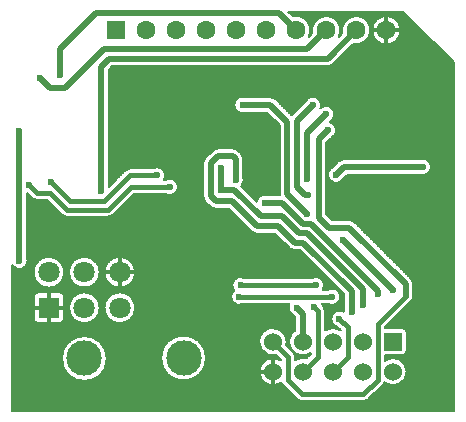
<source format=gbl>
G04 Layer_Physical_Order=2*
G04 Layer_Color=16711680*
%FSLAX24Y24*%
%MOIN*%
G70*
G01*
G75*
%ADD10C,0.0079*%
%ADD21C,0.0118*%
%ADD22C,0.0197*%
%ADD23C,0.0157*%
%ADD25C,0.1181*%
%ADD26C,0.0630*%
%ADD27R,0.0630X0.0630*%
%ADD28C,0.0600*%
%ADD29R,0.0600X0.0600*%
%ADD30R,0.0709X0.0709*%
%ADD31C,0.0709*%
%ADD32C,0.0236*%
D10*
X44811Y35472D02*
G03*
X43877Y35373I-472J0D01*
G01*
X45811Y35472D02*
G03*
X45811Y35472I-472J0D01*
G01*
X44239Y35011D02*
G03*
X44811Y35472I100J462D01*
G01*
X46831Y30915D02*
G03*
X46453Y31171I-276J0D01*
G01*
Y30659D02*
G03*
X46831Y30915I102J256D01*
G01*
X43757Y35252D02*
G03*
X43811Y35472I-418J220D01*
G01*
X43384Y34262D02*
G03*
X43565Y34337I0J256D01*
G01*
X43384Y34262D02*
G03*
X43565Y34337I0J256D01*
G01*
X43811Y35472D02*
G03*
X42877Y35373I-472J0D01*
G01*
X42811Y35472D02*
G03*
X42239Y35934I-472J0D01*
G01*
X42757Y35252D02*
G03*
X42811Y35472I-418J220D01*
G01*
X43927Y31171D02*
G03*
X43746Y31096I0J-256D01*
G01*
X43447Y32416D02*
G03*
X43614Y32669I-109J253D01*
G01*
X43504Y31883D02*
G03*
X43671Y32136I-109J253D01*
G01*
D02*
G03*
X43439Y32408I-276J0D01*
G01*
X43927Y31171D02*
G03*
X43746Y31096I0J-256D01*
G01*
X44295Y29069D02*
G03*
X44114Y29144I-181J-181D01*
G01*
X44295Y29069D02*
G03*
X44114Y29144I-181J-181D01*
G01*
X43563Y30913D02*
G03*
X43925Y30551I109J-253D01*
G01*
X43142Y32862D02*
G03*
X43169Y32982I-248J120D01*
G01*
D02*
G03*
X42640Y33091I-276J0D01*
G01*
X41658Y33163D02*
G03*
X41476Y33238I-181J-181D01*
G01*
X41657Y33163D02*
G03*
X41476Y33238I-181J-181D01*
G01*
X43614Y32669D02*
G03*
X43142Y32862I-276J0D01*
G01*
X42116Y28205D02*
G03*
X42297Y28130I181J181D01*
G01*
X42116Y28205D02*
G03*
X42297Y28130I181J181D01*
G01*
X41791Y30000D02*
G03*
X41794Y29961I256J0D01*
G01*
X41791Y30000D02*
G03*
X41794Y29961I256J0D01*
G01*
X46240Y27018D02*
G03*
X46165Y27199I-256J0D01*
G01*
X46240Y27018D02*
G03*
X46165Y27199I-256J0D01*
G01*
X46082Y26378D02*
G03*
X46240Y26614I-97J237D01*
G01*
X43937Y26165D02*
G03*
X43918Y26085I256J-102D01*
G01*
D02*
G03*
X43713Y25579I-139J-238D01*
G01*
X46019Y25389D02*
G03*
X45861Y25546I-157J0D01*
G01*
Y24631D02*
G03*
X46019Y24789I0J157D01*
G01*
Y24089D02*
G03*
X45294Y24460I-457J0D01*
G01*
X45277Y23730D02*
G03*
X46019Y24089I284J359D01*
G01*
X45225Y23651D02*
G03*
X45277Y23730I-167J167D01*
G01*
X45225Y23651D02*
G03*
X45277Y23730I-167J167D01*
G01*
X44577Y23100D02*
G03*
X44744Y23170I0J236D01*
G01*
X44577Y23100D02*
G03*
X44744Y23170I0J236D01*
G01*
X43809Y26585D02*
G03*
X43392Y26821I-276J0D01*
G01*
Y26348D02*
G03*
X43809Y26585I142J236D01*
G01*
X43225Y26821D02*
G03*
X43268Y26969I-233J148D01*
G01*
X43210Y26307D02*
G03*
X43196Y26348I-267J-67D01*
G01*
X43297Y26122D02*
G03*
X43228Y26289I-236J0D01*
G01*
X43297Y26122D02*
G03*
X43228Y26289I-236J0D01*
G01*
X43268Y26969D02*
G03*
X42850Y27205I-276J0D01*
G01*
X42108Y26348D02*
G03*
X42244Y25967I244J-128D01*
G01*
X43822Y25465D02*
G03*
X43297Y25462I-261J-376D01*
G01*
X42671Y24533D02*
G03*
X42300Y24465I-110J-444D01*
G01*
Y24585D02*
G03*
X42231Y24752I-236J0D01*
G01*
X42300Y24585D02*
G03*
X42231Y24752I-236J0D01*
G01*
X42362Y23170D02*
G03*
X42530Y23100I167J167D01*
G01*
X42362Y23170D02*
G03*
X42530Y23100I167J167D01*
G01*
X42305Y25468D02*
G03*
X42825Y24715I256J-379D01*
G01*
X42005Y24979D02*
G03*
X42018Y25089I-444J110D01*
G01*
D02*
G03*
X41671Y24645I-457J0D01*
G01*
X41840Y23726D02*
G03*
X41897Y23635I224J76D01*
G01*
X41840Y23726D02*
G03*
X41897Y23635I224J76D01*
G01*
X41828Y24460D02*
G03*
X41840Y23726I-267J-372D01*
G01*
X40653Y33238D02*
G03*
X40653Y32726I-102J-256D01*
G01*
X40571Y31181D02*
G03*
X40496Y31362I-256J0D01*
G01*
X40571Y31181D02*
G03*
X40496Y31362I-256J0D01*
G01*
X40397Y31460D02*
G03*
X40217Y31535I-181J-181D01*
G01*
X40398Y31460D02*
G03*
X40217Y31535I-181J-181D01*
G01*
X39734D02*
G03*
X39553Y31460I0J-256D01*
G01*
X39734Y31535D02*
G03*
X39553Y31460I0J-256D01*
G01*
X40591Y30472D02*
G03*
X40571Y30575I-276J0D01*
G01*
X40504Y30272D02*
G03*
X40591Y30472I-189J201D01*
G01*
X41392Y29961D02*
G03*
X41019Y29757I-102J-256D01*
G01*
X40840Y28766D02*
G03*
X41021Y28691I181J181D01*
G01*
X40840Y28766D02*
G03*
X41021Y28691I181J181D01*
G01*
X39484Y29583D02*
G03*
X39665Y29508I181J181D01*
G01*
X39484Y29583D02*
G03*
X39665Y29508I181J181D01*
G01*
X39307Y31215D02*
G03*
X39232Y31033I181J-181D01*
G01*
X39307Y31214D02*
G03*
X39232Y31033I181J-181D01*
G01*
Y29941D02*
G03*
X39307Y29760I256J0D01*
G01*
X39232Y29941D02*
G03*
X39307Y29760I256J0D01*
G01*
X37972Y30630D02*
G03*
X37555Y30866I-276J0D01*
G01*
X38396Y30246D02*
G03*
X37978Y30482I-276J0D01*
G01*
Y30010D02*
G03*
X38396Y30246I142J236D01*
G01*
X37930Y30482D02*
G03*
X37972Y30630I-233J148D01*
G01*
X36811Y30866D02*
G03*
X36644Y30797I0J-236D01*
G01*
X36811Y30866D02*
G03*
X36644Y30797I0J-236D01*
G01*
X33524Y29882D02*
G03*
X33691Y29813I167J167D01*
G01*
X33524Y29882D02*
G03*
X33691Y29813I167J167D01*
G01*
X36059Y29252D02*
G03*
X36226Y29321I0J236D01*
G01*
X36059Y29252D02*
G03*
X36226Y29321I0J236D01*
G01*
X34522D02*
G03*
X34689Y29252I167J167D01*
G01*
X34522Y29321D02*
G03*
X34689Y29252I167J167D01*
G01*
X33386Y27785D02*
G03*
X33356Y27910I-276J0D01*
G01*
X32874Y27643D02*
G03*
X33386Y27785I236J142D01*
G01*
X40624Y27205D02*
G03*
X40267Y26797I-142J-236D01*
G01*
D02*
G03*
X40585Y26348I176J-212D01*
G01*
X36969Y27402D02*
G03*
X36969Y27402I-512J0D01*
G01*
Y26220D02*
G03*
X36969Y26220I-512J0D01*
G01*
X39331Y24546D02*
G03*
X39331Y24546I-748J0D01*
G01*
D02*
G03*
X39331Y24546I-748J0D01*
G01*
X35787Y27402D02*
G03*
X35787Y27402I-512J0D01*
G01*
Y26220D02*
G03*
X35787Y26220I-512J0D01*
G01*
X34606Y27402D02*
G03*
X34606Y27402I-512J0D01*
G01*
Y26575D02*
G03*
X34449Y26732I-157J0D01*
G01*
X33740D02*
G03*
X33583Y26575I0J-157D01*
G01*
X34449Y25709D02*
G03*
X34606Y25866I0J157D01*
G01*
X33583D02*
G03*
X33740Y25709I157J0D01*
G01*
X36024Y24528D02*
G03*
X36024Y24528I-748J0D01*
G01*
D02*
G03*
X36024Y24528I-748J0D01*
G01*
X45811Y35492D02*
X46513D01*
X45804Y35551D02*
X46454D01*
X45913Y36093D02*
X47598Y34407D01*
X45809Y35433D02*
X46572D01*
X45736Y35728D02*
X46277D01*
X45691Y35787D02*
X46218D01*
X45791Y35610D02*
X46395D01*
X45768Y35669D02*
X46336D01*
X45784Y35315D02*
X46690D01*
X45801Y35374D02*
X46631D01*
X45722Y35197D02*
X46808D01*
X45758Y35256D02*
X46749D01*
X45600Y35079D02*
X46926D01*
X45672Y35138D02*
X46867D01*
X45473Y35020D02*
X46985D01*
X45650Y35828D02*
Y36093D01*
X45590Y35872D02*
Y36093D01*
X45768Y35670D02*
Y36093D01*
X45709Y35766D02*
Y36093D01*
X45472Y35926D02*
Y36093D01*
X45354Y35945D02*
Y36093D01*
X45531Y35904D02*
Y36093D01*
X45528Y35905D02*
X46100D01*
X45413Y35939D02*
Y36093D01*
X45627Y35846D02*
X46159D01*
X45295Y35943D02*
Y36093D01*
X46299Y31171D02*
Y35706D01*
X46240Y31171D02*
Y35765D01*
X46417Y31171D02*
Y35588D01*
X46358Y31171D02*
Y35647D01*
X46122Y31171D02*
Y35883D01*
X46063Y31171D02*
Y35942D01*
X46181Y31171D02*
Y35824D01*
X46713Y31142D02*
Y35293D01*
X46653Y31173D02*
Y35352D01*
X46831Y30923D02*
Y35174D01*
X46772Y31086D02*
Y35234D01*
X46594Y31188D02*
Y35411D01*
X46535Y31190D02*
Y35470D01*
X46476Y31179D02*
Y35529D01*
X45886Y31171D02*
Y36093D01*
X45827Y31171D02*
Y36093D01*
X46004Y31171D02*
Y36001D01*
X45945Y31171D02*
Y36060D01*
X45709Y31171D02*
Y35179D01*
X45650Y31171D02*
Y35117D01*
X45768Y31171D02*
Y35275D01*
X45472Y31171D02*
Y35019D01*
X45413Y31171D02*
Y35006D01*
X45590Y31171D02*
Y35073D01*
X45531Y31171D02*
Y35041D01*
X45295Y31171D02*
Y35002D01*
X45236Y31171D02*
Y35011D01*
X45354Y31171D02*
Y35000D01*
X45236Y35934D02*
Y36093D01*
X45177Y35916D02*
Y36093D01*
X45118Y35890D02*
Y36093D01*
X45059Y35853D02*
Y36093D01*
X42090Y36083D02*
X45922D01*
X42080Y36093D02*
X45913D01*
X45000Y35802D02*
Y36093D01*
X44627Y35846D02*
X45050D01*
X44691Y35787D02*
X44986D01*
X44736Y35728D02*
X44941D01*
X42208Y35965D02*
X46041D01*
X42149Y36024D02*
X45982D01*
X44528Y35905D02*
X45150D01*
X44941Y35727D02*
Y36093D01*
X44764Y35679D02*
Y36093D01*
X44768Y35669D02*
X44909D01*
X44882Y35593D02*
Y36093D01*
X44705Y35771D02*
Y36093D01*
X44646Y35832D02*
Y36093D01*
X44804Y35551D02*
X44873D01*
X44811Y35492D02*
X44867D01*
X44801Y35374D02*
X44877D01*
X44809Y35433D02*
X44868D01*
X44784Y35315D02*
X44893D01*
X44791Y35610D02*
X44887D01*
X44758Y35256D02*
X44919D01*
X44473Y35020D02*
X45204D01*
X44189Y34961D02*
X47045D01*
X45177Y31171D02*
Y35028D01*
X44071Y34842D02*
X47163D01*
X44130Y34902D02*
X47104D01*
X44011Y34783D02*
X47222D01*
X43893Y34665D02*
X47340D01*
X43952Y34724D02*
X47281D01*
X43775Y34547D02*
X47458D01*
X43834Y34606D02*
X47399D01*
X43657Y34429D02*
X47576D01*
X43716Y34488D02*
X47517D01*
X43598Y34370D02*
X47598D01*
X44823Y31171D02*
Y36093D01*
X44764Y31171D02*
Y35266D01*
X44941Y31171D02*
Y35217D01*
X44882Y31171D02*
Y35352D01*
X44722Y35197D02*
X44955D01*
X44705Y31171D02*
Y35174D01*
X44672Y35138D02*
X45005D01*
X45000Y31171D02*
Y35143D01*
X45118Y31171D02*
Y35055D01*
X45059Y31171D02*
Y35092D01*
X44600Y35079D02*
X45078D01*
X44646Y31171D02*
Y35113D01*
X44587Y31171D02*
Y35070D01*
X46829Y30945D02*
X47598D01*
X46816Y31004D02*
X47598D01*
X46816Y30827D02*
X47598D01*
X46829Y30886D02*
X47598D01*
X46628Y31181D02*
X47598D01*
X43671Y32126D02*
X47598D01*
X46788Y31063D02*
X47598D01*
X46737Y31122D02*
X47598D01*
X46737Y30709D02*
X47598D01*
X46788Y30768D02*
X47598D01*
X44545Y28819D02*
X47598D01*
X46628Y30650D02*
X47598D01*
X44427Y28937D02*
X47598D01*
X43964Y30590D02*
X47598D01*
X44486Y28878D02*
X47598D01*
X44033Y30659D02*
X46453D01*
X44646Y28718D02*
Y30659D01*
X43667Y32185D02*
X47598D01*
X43927Y31171D02*
X46453D01*
X44023Y30650D02*
X46482D01*
X44309Y29055D02*
X47598D01*
X44234Y29114D02*
X47598D01*
X44604Y28760D02*
X47598D01*
X44368Y28996D02*
X47598D01*
X43874Y30472D02*
X47598D01*
X43915Y30531D02*
X47598D01*
X43795Y30413D02*
X47598D01*
X44899Y28465D02*
X47598D01*
X44840Y28524D02*
X47598D01*
X45017Y28346D02*
X47598D01*
X44958Y28405D02*
X47598D01*
X44722Y28642D02*
X47598D01*
X44663Y28701D02*
X47598D01*
X44781Y28583D02*
X47598D01*
X45313Y28051D02*
X47598D01*
X45254Y28110D02*
X47598D01*
X45431Y27933D02*
X47598D01*
X45372Y27992D02*
X47598D01*
X45136Y28228D02*
X47598D01*
X45077Y28287D02*
X47598D01*
X45195Y28169D02*
X47598D01*
X44941Y28423D02*
Y30659D01*
X44882Y28482D02*
Y30659D01*
X45059Y28305D02*
Y30659D01*
X45000Y28364D02*
Y30659D01*
X44764Y28600D02*
Y30659D01*
X44705Y28659D02*
Y30659D01*
X44823Y28541D02*
Y30659D01*
X45354Y28010D02*
Y30659D01*
X45295Y28069D02*
Y30659D01*
X45472Y27892D02*
Y30659D01*
X45413Y27951D02*
Y30659D01*
X45177Y28187D02*
Y30659D01*
X45118Y28246D02*
Y30659D01*
X45236Y28128D02*
Y30659D01*
X43649Y32244D02*
X47598D01*
X43615Y32303D02*
X47598D01*
X43640Y32008D02*
X47598D01*
X43662Y32067D02*
X47598D01*
X43459Y32421D02*
X47598D01*
X43539Y32480D02*
X47598D01*
X43553Y32362D02*
X47598D01*
X43520Y31890D02*
X47598D01*
X43598Y31949D02*
X47598D01*
X43393Y31772D02*
X47598D01*
X43452Y31831D02*
X47598D01*
X43346Y31653D02*
X47598D01*
X43346Y31713D02*
X47598D01*
X43346Y31594D02*
X47598D01*
X43155Y33071D02*
X47598D01*
X43535Y34311D02*
X47598D01*
X43168Y32953D02*
X47598D01*
X43168Y33012D02*
X47598D01*
X43076Y33189D02*
X47598D01*
X42967Y33248D02*
X47598D01*
X43126Y33130D02*
X47598D01*
X43610Y32716D02*
X47598D01*
X43593Y32776D02*
X47598D01*
X43605Y32598D02*
X47598D01*
X43614Y32657D02*
X47598D01*
X43559Y32835D02*
X47598D01*
X43499Y32894D02*
X47598D01*
X43582Y32539D02*
X47598D01*
X43346Y31299D02*
X47598D01*
X43346Y31358D02*
X47598D01*
X43346Y30354D02*
X47598D01*
X43346Y31240D02*
X47598D01*
X43346Y31476D02*
X47598D01*
X43346Y31535D02*
X47598D01*
X43346Y31417D02*
X47598D01*
X43346Y30059D02*
X47598D01*
X43346Y30118D02*
X47598D01*
X43346Y29941D02*
X47598D01*
X43346Y30000D02*
X47598D01*
X43346Y30236D02*
X47598D01*
X43346Y30295D02*
X47598D01*
X43346Y30177D02*
X47598D01*
X43346Y29705D02*
X47598D01*
X43346Y29764D02*
X47598D01*
X43346Y29587D02*
X47598D01*
X43346Y29646D02*
X47598D01*
X43346Y29882D02*
X47598D01*
X43346Y31181D02*
X46482D01*
X43346Y29823D02*
X47598D01*
X43384Y29291D02*
X47598D01*
X43346Y29350D02*
X47598D01*
X43502Y29173D02*
X47598D01*
X43443Y29232D02*
X47598D01*
X43346Y29468D02*
X47598D01*
X43346Y29527D02*
X47598D01*
X43346Y29409D02*
X47598D01*
X44468Y35927D02*
Y36093D01*
X44409Y35940D02*
Y36093D01*
X44587Y35875D02*
Y36093D01*
X44527Y35905D02*
Y36093D01*
X44350Y35945D02*
Y36093D01*
X44291Y35943D02*
Y36093D01*
X44232Y35933D02*
Y36093D01*
X44173Y35915D02*
Y36093D01*
X44114Y35888D02*
Y36093D01*
X44055Y35850D02*
Y36093D01*
X43996Y35798D02*
Y36093D01*
X43736Y35728D02*
X43941D01*
X43528Y35905D02*
X44150D01*
X43627Y35846D02*
X44050D01*
X43691Y35787D02*
X43986D01*
X43937Y35721D02*
Y36093D01*
X43701Y35776D02*
Y36093D01*
X43878Y35577D02*
Y36093D01*
X43760Y35686D02*
Y36093D01*
X43464Y35928D02*
Y36093D01*
X43405Y35940D02*
Y36093D01*
X43642Y35835D02*
Y36093D01*
X43790Y35610D02*
X43887D01*
X43804Y35551D02*
X43873D01*
X43809Y35433D02*
X43868D01*
X43811Y35492D02*
X43867D01*
X43583Y35877D02*
Y36093D01*
X43524Y35907D02*
Y36093D01*
X43768Y35669D02*
X43909D01*
X44409Y31171D02*
Y35005D01*
X44291Y31171D02*
Y35002D01*
X44527Y31171D02*
Y35039D01*
X44468Y31171D02*
Y35018D01*
X43565Y34337D02*
X44239Y35011D01*
X43757Y35252D02*
X43877Y35373D01*
X44232Y31171D02*
Y35004D01*
X44114Y31171D02*
Y34886D01*
X44055Y31171D02*
Y34827D01*
X44350Y31171D02*
Y35000D01*
X44173Y31171D02*
Y34945D01*
X43996Y31171D02*
Y34768D01*
X43937Y31171D02*
Y34709D01*
X43878Y31166D02*
Y34650D01*
X43801Y35374D02*
X43877D01*
X43784Y35315D02*
X43819D01*
X43819Y31147D02*
Y34591D01*
Y35315D02*
Y36093D01*
X43760Y31109D02*
Y34532D01*
X43701Y31051D02*
Y34473D01*
X43524Y32874D02*
Y34303D01*
X43464Y32914D02*
Y34275D01*
X43642Y32260D02*
Y34414D01*
X43583Y32797D02*
Y34355D01*
X43405Y32937D02*
Y34263D01*
X43346Y35945D02*
Y36093D01*
X43287Y35942D02*
Y36093D01*
X43228Y35932D02*
Y36093D01*
X43169Y35913D02*
Y36093D01*
X43110Y35886D02*
Y36093D01*
X43051Y35847D02*
Y36093D01*
X42933Y35715D02*
Y36093D01*
X42992Y35794D02*
Y36093D01*
X42736Y35728D02*
X42941D01*
X42768Y35669D02*
X42909D01*
X42790Y35610D02*
X42887D01*
X42528Y35905D02*
X43150D01*
X42627Y35846D02*
X43050D01*
X42691Y35787D02*
X42986D01*
X42697Y35781D02*
Y36093D01*
X42638Y35838D02*
Y36093D01*
X42874Y35558D02*
Y36093D01*
X42756Y35694D02*
Y36093D01*
X42520Y35909D02*
Y36093D01*
X42461Y35929D02*
Y36093D01*
X42579Y35879D02*
Y36093D01*
X42342Y35945D02*
Y36093D01*
X42283Y35942D02*
Y36093D01*
X42804Y35551D02*
X42873D01*
X42401Y35941D02*
Y36093D01*
X42224Y35949D02*
Y36093D01*
X42165Y36008D02*
Y36093D01*
X42080D02*
X42239Y35934D01*
X42809Y35433D02*
X42868D01*
X42811Y35492D02*
X42867D01*
X42815Y35311D02*
Y36093D01*
X42801Y35374D02*
X42877D01*
X43346Y32945D02*
Y34262D01*
X42933Y33255D02*
Y34262D01*
X43287Y32940D02*
Y34262D01*
X43228Y32922D02*
Y34262D01*
X42757Y35252D02*
X42877Y35373D01*
X42784Y35315D02*
X42819D01*
X42520Y32970D02*
Y34262D01*
X41339Y33238D02*
Y34262D01*
X41279Y33238D02*
Y34262D01*
X41457Y33238D02*
Y34262D01*
X41398Y33238D02*
Y34262D01*
X41161Y33238D02*
Y34262D01*
X41102Y33238D02*
Y34262D01*
X41220Y33238D02*
Y34262D01*
X42461Y32911D02*
Y34262D01*
X41929Y32892D02*
Y34262D01*
X42401Y32852D02*
Y34262D01*
X42047Y32773D02*
Y34262D01*
X41575Y33219D02*
Y34262D01*
X41516Y33235D02*
Y34262D01*
X41634Y33184D02*
Y34262D01*
X43583Y32338D02*
Y32541D01*
X43642Y30992D02*
Y32012D01*
X43583Y30933D02*
Y31933D01*
X43524Y32380D02*
Y32465D01*
X43346Y31122D02*
X43776D01*
X43925Y30551D02*
X44033Y30659D01*
X43563Y30913D02*
X43746Y31096D01*
X43346Y31063D02*
X43713D01*
X43346Y31004D02*
X43654D01*
X43346Y30945D02*
X43595D01*
X43524Y30892D02*
Y31892D01*
X43346Y31725D02*
X43504Y31883D01*
X43464Y30842D02*
Y31843D01*
X43405Y30732D02*
Y31784D01*
X43169Y32887D02*
Y32975D01*
Y32989D02*
Y34262D01*
X43346Y30886D02*
X43514D01*
X43346Y30590D02*
X43404D01*
X43346Y30650D02*
X43396D01*
X43346Y30472D02*
X43469D01*
X43346Y30531D02*
X43427D01*
X43346Y30827D02*
X43452D01*
X43346Y30768D02*
X43418D01*
X43346Y30709D02*
X43400D01*
X44409Y28955D02*
Y30659D01*
X44350Y29014D02*
Y30659D01*
X44527Y28836D02*
Y30659D01*
X44468Y28895D02*
Y30659D01*
X44232Y29115D02*
Y30659D01*
X44114Y29144D02*
Y30659D01*
X44291Y29073D02*
Y30659D01*
X44173Y29137D02*
Y30659D01*
X44587Y28777D02*
Y30659D01*
X43531Y29144D02*
X44114D01*
X43996D02*
Y30622D01*
X44055Y29144D02*
Y30659D01*
X43524Y29151D02*
Y30427D01*
X43464Y29210D02*
Y30477D01*
X43937Y29144D02*
Y30563D01*
X43878Y29144D02*
Y30477D01*
X43346Y29328D02*
Y31725D01*
X43405Y29269D02*
Y30587D01*
X43701Y29144D02*
Y30385D01*
X43642Y29144D02*
Y30385D01*
X43819Y29144D02*
Y30427D01*
X43760Y29144D02*
Y30398D01*
X43346Y30413D02*
X43547D01*
X43346Y29328D02*
X43531Y29144D01*
X43583D02*
Y30399D01*
X42992Y33240D02*
Y34262D01*
X42874Y33257D02*
Y34262D01*
X43110Y33153D02*
Y34262D01*
X43051Y33209D02*
Y34262D01*
X42815Y33246D02*
Y34262D01*
X42756Y33221D02*
Y34262D01*
X42638Y33088D02*
Y34262D01*
X42697Y33175D02*
Y34262D01*
X42579Y33029D02*
Y34262D01*
X41627Y33189D02*
X42711D01*
X41691Y33130D02*
X42661D01*
X41750Y33071D02*
X42620D01*
X41988Y32832D02*
Y34262D01*
X41870Y32951D02*
Y34262D01*
X42342Y32793D02*
Y34262D01*
X42283Y32734D02*
Y34262D01*
X41752Y33069D02*
Y34262D01*
X41693Y33128D02*
Y34262D01*
X41811Y33010D02*
Y34262D01*
X41868Y32953D02*
X42502D01*
X41927Y32894D02*
X42443D01*
X41986Y32835D02*
X42384D01*
X42045Y32776D02*
X42325D01*
X41809Y33012D02*
X42561D01*
X42224Y32675D02*
Y34262D01*
X42185Y32636D02*
X42640Y33091D01*
X42165Y32655D02*
Y34262D01*
X42104Y32716D02*
X42266D01*
X42106Y32714D02*
Y34262D01*
X41658Y33163D02*
X42185Y32636D01*
X42297Y28130D02*
X42468D01*
X42163Y32657D02*
X42207D01*
X41392Y29961D02*
X41794D01*
X41630Y28691D02*
X42116Y28205D01*
X41370Y32726D02*
X41791Y32305D01*
X41339Y29976D02*
Y32726D01*
X41457Y29961D02*
Y32640D01*
X41398Y29961D02*
Y32699D01*
X41279Y29980D02*
Y32726D01*
X41220Y29972D02*
Y32726D01*
X41161Y29949D02*
Y32726D01*
X41791Y30000D02*
Y32305D01*
X41752Y29961D02*
Y32345D01*
X41693Y29961D02*
Y32404D01*
X41575Y29961D02*
Y32522D01*
X41516Y29961D02*
Y32581D01*
X41634Y29961D02*
Y32463D01*
X46238Y27047D02*
X47598D01*
X46224Y27106D02*
X47598D01*
X46240Y26929D02*
X47598D01*
X46240Y26988D02*
X47598D01*
X46080Y27283D02*
X47598D01*
X46021Y27342D02*
X47598D01*
X46193Y27165D02*
X47598D01*
X46140Y27224D02*
X47598D01*
X46240Y26811D02*
X47598D01*
X46240Y26870D02*
X47598D01*
X46186Y26457D02*
X47598D01*
X46240Y26752D02*
X47598D01*
X46043Y26339D02*
X47598D01*
X46121Y26398D02*
X47598D01*
X45984Y26279D02*
X47598D01*
X46240Y27025D02*
Y30659D01*
X46181Y27181D02*
Y30659D01*
X46063Y27301D02*
Y30659D01*
X46004Y27360D02*
Y30659D01*
X46122Y27242D02*
Y30659D01*
X46240Y26634D02*
X47598D01*
X46240Y26693D02*
X47598D01*
X46237Y26575D02*
X47598D01*
X46240Y26614D02*
Y27018D01*
X46220Y26516D02*
X47598D01*
X46004Y25455D02*
Y26300D01*
X47126Y22785D02*
Y34879D01*
X47067Y22785D02*
Y34938D01*
X47244Y22785D02*
Y34761D01*
X47185Y22785D02*
Y34820D01*
X46949Y22785D02*
Y35056D01*
X46890Y22785D02*
Y35115D01*
X47008Y22785D02*
Y34997D01*
X47539Y22785D02*
Y34466D01*
X47480Y22785D02*
Y34525D01*
X47598Y22785D02*
Y34407D01*
X47598Y22785D02*
Y34407D01*
X47362Y22785D02*
Y34643D01*
X47303Y22785D02*
Y34702D01*
X47421Y22785D02*
Y34584D01*
X46713Y22785D02*
Y30689D01*
X46653Y22785D02*
Y30658D01*
X46831Y22785D02*
Y30908D01*
X46772Y22785D02*
Y30745D01*
X46358Y22785D02*
Y30659D01*
X46299Y22785D02*
Y30659D01*
X46417Y22785D02*
Y30659D01*
X46476Y22785D02*
Y30651D01*
X46240Y22785D02*
Y26607D01*
X46594Y22785D02*
Y30643D01*
X46535Y22785D02*
Y30640D01*
X46122Y22785D02*
Y26398D01*
X46063Y22785D02*
Y26359D01*
X46181Y22785D02*
Y26451D01*
X45827Y27537D02*
Y30659D01*
X45768Y27596D02*
Y30659D01*
X45945Y27419D02*
Y30659D01*
X45886Y27478D02*
Y30659D01*
X45549Y27815D02*
X47598D01*
X45490Y27874D02*
X47598D01*
X44295Y29069D02*
X46165Y27199D01*
X45844Y27520D02*
X47598D01*
X45785Y27579D02*
X47598D01*
X45962Y27402D02*
X47598D01*
X45903Y27461D02*
X47598D01*
X45667Y27697D02*
X47598D01*
X45608Y27756D02*
X47598D01*
X45726Y27638D02*
X47598D01*
X45590Y27773D02*
Y30659D01*
X45531Y27832D02*
Y30659D01*
X45709Y27655D02*
Y30659D01*
X45650Y27714D02*
Y30659D01*
X43787Y26693D02*
X43905D01*
X43752Y26752D02*
X43846D01*
X42468Y28130D02*
X43937Y26661D01*
X43809Y26575D02*
X43937D01*
X43805Y26634D02*
X43937D01*
X43778Y26457D02*
X43937D01*
X43800Y26516D02*
X43937D01*
X43657Y26339D02*
X43937D01*
X43736Y26398D02*
X43937D01*
X43237Y26279D02*
X43937D01*
X45866Y26161D02*
X47598D01*
X45925Y26220D02*
X47598D01*
X45945Y25522D02*
Y26241D01*
X45886Y25544D02*
Y26182D01*
X45806Y26102D02*
X47598D01*
X45294Y25590D02*
X46082Y26378D01*
X45827Y25546D02*
Y26123D01*
X45688Y25984D02*
X47598D01*
X45747Y26043D02*
X47598D01*
X45629Y25925D02*
X47598D01*
X45768Y25546D02*
Y26063D01*
X45511Y25807D02*
X47598D01*
X45570Y25866D02*
X47598D01*
X45452Y25748D02*
X47598D01*
X43937Y26165D02*
Y26661D01*
X43937Y26165D02*
Y26661D01*
X43878Y26104D02*
Y26720D01*
X43276Y26220D02*
X43937D01*
X43294Y26161D02*
X43935D01*
X45590Y25546D02*
Y25886D01*
X45531Y25546D02*
Y25827D01*
X45709Y25546D02*
Y26004D01*
X45650Y25546D02*
Y25945D01*
X45413Y25546D02*
Y25709D01*
X43882Y26102D02*
X43920D01*
X45472Y25546D02*
Y25768D01*
X46019Y25276D02*
X47598D01*
X46019Y25335D02*
X47598D01*
X46019Y25157D02*
X47598D01*
X46019Y25216D02*
X47598D01*
X45959Y25512D02*
X47598D01*
X45393Y25689D02*
X47598D01*
X46018Y25394D02*
X47598D01*
X46005Y25453D02*
X47598D01*
X46019Y25039D02*
X47598D01*
X46019Y25098D02*
X47598D01*
X46019Y24921D02*
X47598D01*
X46019Y24980D02*
X47598D01*
X46019Y24803D02*
X47598D01*
X46019Y24862D02*
X47598D01*
X45744Y24508D02*
X47598D01*
X46019Y24789D02*
Y25389D01*
X45980Y24685D02*
X47598D01*
X46012Y24744D02*
X47598D01*
X45768Y24497D02*
Y24631D01*
X45827Y24461D02*
Y24631D01*
X45650Y24537D02*
Y24631D01*
X45590Y24545D02*
Y24631D01*
X45843Y24449D02*
X47598D01*
X45709Y24522D02*
Y24631D01*
X45531Y24545D02*
Y24631D01*
X45472Y24537D02*
Y24631D01*
X45413Y24522D02*
Y24631D01*
X46014Y24153D02*
X47598D01*
X46001Y24213D02*
X47598D01*
X46015Y24035D02*
X47598D01*
X46018Y24094D02*
X47598D01*
X45949Y24331D02*
X47598D01*
X45905Y24390D02*
X47598D01*
X45980Y24272D02*
X47598D01*
X45985Y23917D02*
X47598D01*
X46005Y23976D02*
X47598D01*
X45956Y23858D02*
X47598D01*
X46004Y22785D02*
Y23974D01*
X45857Y23740D02*
X47598D01*
X45915Y23799D02*
X47598D01*
X45769Y23681D02*
X47598D01*
X45945Y24338D02*
Y24655D01*
X45886Y24411D02*
Y24633D01*
X46004Y24203D02*
Y24722D01*
X45945Y22785D02*
Y23840D01*
X45827Y22785D02*
Y23716D01*
X45354Y22785D02*
Y23681D01*
X45886Y22785D02*
Y23766D01*
X45650Y22785D02*
Y23640D01*
X45590Y22785D02*
Y23632D01*
X45768Y22785D02*
Y23680D01*
X45709Y22785D02*
Y23656D01*
X45472Y22785D02*
Y23640D01*
X45413Y22785D02*
Y23656D01*
X45531Y22785D02*
Y23632D01*
X45294Y25571D02*
X47598D01*
X45334Y25630D02*
X47598D01*
X45294Y24567D02*
X47598D01*
X45294Y24626D02*
X47598D01*
X45196Y23622D02*
X47598D01*
X45137Y23563D02*
X47598D01*
X45019Y23445D02*
X47598D01*
X45078Y23504D02*
X47598D01*
X44901Y23327D02*
X47598D01*
X44960Y23386D02*
X47598D01*
X44783Y23209D02*
X47598D01*
X44842Y23268D02*
X47598D01*
X44721Y23150D02*
X47598D01*
X45295Y25546D02*
Y25591D01*
X45294Y25546D02*
Y25590D01*
X45354Y24497D02*
Y24631D01*
Y25546D02*
Y25650D01*
X45294Y24631D02*
X45861D01*
X45294Y25546D02*
X45861D01*
X45294Y24460D02*
Y24631D01*
Y24508D02*
X45378D01*
X45295Y24461D02*
Y24631D01*
X45251Y23681D02*
X45353D01*
X44744Y23170D02*
X45225Y23651D01*
X45177Y22785D02*
Y23603D01*
X45118Y22785D02*
Y23544D01*
X45295Y22785D02*
Y23716D01*
X45236Y22785D02*
Y23663D01*
X45000Y22785D02*
Y23426D01*
X44941Y22785D02*
Y23367D01*
X45059Y22785D02*
Y23485D01*
X44764Y22785D02*
Y23189D01*
X44705Y22785D02*
Y23138D01*
X44882Y22785D02*
Y23308D01*
X44823Y22785D02*
Y23249D01*
X44646Y22785D02*
Y23111D01*
X44468Y22785D02*
Y23100D01*
X44409Y22785D02*
Y23100D01*
X44587Y22785D02*
Y23101D01*
X44527Y22785D02*
Y23100D01*
X42530D02*
X44577D01*
X44291Y22785D02*
Y23100D01*
X44350Y22785D02*
Y23100D01*
X44114Y22785D02*
Y23100D01*
X44055Y22785D02*
Y23100D01*
X44232Y22785D02*
Y23100D01*
X44173Y22785D02*
Y23100D01*
X43937Y22785D02*
Y23100D01*
X43878Y22785D02*
Y23100D01*
X43996Y22785D02*
Y23100D01*
X43583Y26856D02*
Y27015D01*
X43524Y26860D02*
Y27074D01*
X43642Y26838D02*
Y26956D01*
X43464Y26851D02*
Y27133D01*
X43231Y27106D02*
X43491D01*
X43185Y27165D02*
X43432D01*
X43267Y26988D02*
X43610D01*
X43256Y27047D02*
X43550D01*
X43691Y26811D02*
X43787D01*
X43701Y26804D02*
Y26897D01*
X43760Y26742D02*
Y26838D01*
X43250Y26870D02*
X43728D01*
X43265Y26929D02*
X43669D01*
X43228Y27111D02*
Y27369D01*
X43169Y27180D02*
Y27428D01*
X43346Y26821D02*
Y27251D01*
X43287Y26821D02*
Y27310D01*
X43095Y27224D02*
X43373D01*
X43051Y27238D02*
Y27547D01*
X43110Y27218D02*
Y27487D01*
X43405Y26829D02*
Y27192D01*
X43225Y26821D02*
X43392D01*
X43228Y26289D02*
Y26348D01*
X43200Y26339D02*
X43409D01*
X43196Y26348D02*
X43392D01*
X43819Y26119D02*
Y26779D01*
X43760Y26121D02*
Y26427D01*
X43701Y26111D02*
Y26366D01*
X43642Y26085D02*
Y26331D01*
X43297Y26102D02*
X43677D01*
X43297Y26043D02*
X43587D01*
X43583Y26039D02*
Y26313D01*
X43642Y25539D02*
Y25608D01*
X43583Y25546D02*
Y25654D01*
X43713Y25579D02*
X43822Y25470D01*
X43701Y25524D02*
Y25582D01*
X43297Y25630D02*
X43609D01*
X43297Y25689D02*
X43553D01*
X43297Y25571D02*
X43721D01*
X43524Y25949D02*
Y26309D01*
X43464Y25536D02*
Y26318D01*
X43405Y25519D02*
Y26341D01*
X43346Y25493D02*
Y26348D01*
X43287Y26190D02*
Y26348D01*
X43297Y25807D02*
X43507D01*
X43297Y25866D02*
X43505D01*
X43524Y25545D02*
Y25744D01*
X43297Y25748D02*
X43522D01*
X43297Y25984D02*
X43541D01*
X43297Y25925D02*
X43515D01*
X43297Y25462D02*
Y26122D01*
X42461Y27205D02*
Y28130D01*
X42401Y27205D02*
Y28130D01*
X42579Y27205D02*
Y28019D01*
X42520Y27205D02*
Y28078D01*
X42283Y27205D02*
Y28130D01*
X42224Y27205D02*
Y28141D01*
X42342Y27205D02*
Y28130D01*
X42992Y27244D02*
Y27606D01*
X42933Y27238D02*
Y27665D01*
X42874Y27217D02*
Y27724D01*
X42815Y27205D02*
Y27783D01*
X42697Y27205D02*
Y27901D01*
X42638Y27205D02*
Y27960D01*
X42756Y27205D02*
Y27842D01*
X41634Y27205D02*
Y28687D01*
X41575Y27205D02*
Y28691D01*
X41752Y27205D02*
Y28569D01*
X41693Y27205D02*
Y28628D01*
X41220Y27205D02*
Y28691D01*
X41161Y27205D02*
Y28691D01*
X41279Y27205D02*
Y28691D01*
X42047Y27205D02*
Y28274D01*
X41988Y27205D02*
Y28333D01*
X42165Y27205D02*
Y28167D01*
X42106Y27205D02*
Y28215D01*
X41870Y27205D02*
Y28451D01*
X41811Y27205D02*
Y28510D01*
X41929Y27205D02*
Y28392D01*
X42047Y24937D02*
Y26348D01*
X41988Y25253D02*
Y26348D01*
X41811Y25472D02*
Y26348D01*
X41752Y25504D02*
Y26348D01*
X41929Y25360D02*
Y26348D01*
X42305Y25468D02*
Y25906D01*
X42244Y25967D02*
X42305Y25906D01*
X42283Y25452D02*
Y25928D01*
X42224Y25398D02*
Y25976D01*
X42165Y25318D02*
Y26018D01*
X41870Y25426D02*
Y26348D01*
X42106Y25138D02*
Y26097D01*
X41516Y25544D02*
Y26348D01*
Y27205D02*
Y28691D01*
X41693Y25527D02*
Y26348D01*
X41634Y25540D02*
Y26348D01*
X41398Y27205D02*
Y28691D01*
X41339Y27205D02*
Y28691D01*
X41457Y27205D02*
Y28691D01*
X41575Y25546D02*
Y26348D01*
X41457Y25534D02*
Y26348D01*
X41398Y25516D02*
Y26348D01*
X41339Y25488D02*
Y26348D01*
X41279Y25449D02*
Y26348D01*
X41220Y25394D02*
Y26348D01*
X41161Y25311D02*
Y26348D01*
X43735Y25512D02*
X43780D01*
X43297D02*
X43387D01*
X43760Y25501D02*
Y25532D01*
X42776Y24685D02*
X42823D01*
X42815Y24676D02*
Y24708D01*
X42671Y24533D02*
X42825Y24686D01*
X42756Y24617D02*
Y24675D01*
X42697Y24558D02*
Y24652D01*
X43819Y22785D02*
Y23100D01*
X42638Y24540D02*
Y24638D01*
X42297Y24626D02*
X42764D01*
X42300Y24567D02*
X42705D01*
X42278Y24685D02*
X42346D01*
X42283Y24673D02*
Y24725D01*
X42401Y24517D02*
Y24660D01*
X42342Y24490D02*
Y24687D01*
X42165Y24818D02*
Y24859D01*
X42579Y24546D02*
Y24631D01*
X42520Y24544D02*
Y24633D01*
X42461Y24535D02*
Y24642D01*
X42300Y24508D02*
X42378D01*
X42300Y24465D02*
Y24585D01*
X43228Y22785D02*
Y23100D01*
X43169Y22785D02*
Y23100D01*
X43346Y22785D02*
Y23100D01*
X43287Y22785D02*
Y23100D01*
X43051Y22785D02*
Y23100D01*
X42992Y22785D02*
Y23100D01*
X43110Y22785D02*
Y23100D01*
X43642Y22785D02*
Y23100D01*
X43583Y22785D02*
Y23100D01*
X43760Y22785D02*
Y23100D01*
X43701Y22785D02*
Y23100D01*
X43464Y22785D02*
Y23100D01*
X43405Y22785D02*
Y23100D01*
X43524Y22785D02*
Y23100D01*
X42401Y22785D02*
Y23138D01*
X42342Y22785D02*
Y23190D01*
X42520Y22785D02*
Y23101D01*
X42461Y22785D02*
Y23111D01*
X42224Y22785D02*
Y23308D01*
X42165Y22785D02*
Y23367D01*
X42283Y22785D02*
Y23249D01*
X42815Y22785D02*
Y23100D01*
X42756Y22785D02*
Y23100D01*
X42933Y22785D02*
Y23100D01*
X42874Y22785D02*
Y23100D01*
X42638Y22785D02*
Y23100D01*
X42579Y22785D02*
Y23100D01*
X42697Y22785D02*
Y23100D01*
X41947Y25335D02*
X42175D01*
X41979Y25276D02*
X42143D01*
X42000Y25216D02*
X42122D01*
X41735Y25512D02*
X42305D01*
X41838Y25453D02*
X42284D01*
X41902Y25394D02*
X42220D01*
X42062Y24921D02*
X42135D01*
X42016Y25039D02*
X42106D01*
X42122Y24862D02*
X42164D01*
X42106Y24877D02*
Y25039D01*
X42006Y24980D02*
X42117D01*
X42013Y25157D02*
X42109D01*
X42005Y24979D02*
X42231Y24752D01*
X42018Y25098D02*
X42104D01*
X41671Y24645D02*
X41828Y24488D01*
X41457Y24534D02*
Y24643D01*
X41398Y24516D02*
Y24661D01*
X41339Y24488D02*
Y24689D01*
X41744Y24508D02*
X41808D01*
X41693Y24527D02*
Y24623D01*
X41811Y24472D02*
Y24505D01*
X41752Y24504D02*
Y24564D01*
X41575Y24546D02*
Y24631D01*
X41516Y24544D02*
Y24633D01*
X41634Y24540D02*
Y24637D01*
X41870Y22785D02*
Y23667D01*
X41811Y22785D02*
Y23705D01*
X41769Y23681D02*
X41861D01*
X41752Y22785D02*
Y23673D01*
X41988Y22785D02*
Y23544D01*
X41929Y22785D02*
Y23603D01*
X42106Y22785D02*
Y23426D01*
X42047Y22785D02*
Y23485D01*
X41897Y23635D02*
X42362Y23170D01*
X41693Y22785D02*
Y23651D01*
X41634Y22785D02*
Y23637D01*
X41279Y24449D02*
Y24728D01*
X41220Y24394D02*
Y24783D01*
X41161Y24311D02*
Y24866D01*
Y22785D02*
Y23866D01*
X41457Y22785D02*
Y23643D01*
X41398Y22785D02*
Y23661D01*
X41575Y22785D02*
Y23631D01*
X41516Y22785D02*
Y23633D01*
X41279Y22785D02*
Y23728D01*
X41220Y22785D02*
Y23783D01*
X41339Y22785D02*
Y23689D01*
X40925Y33238D02*
Y34262D01*
X40866Y33238D02*
Y34262D01*
X41043Y33238D02*
Y34262D01*
X40984Y33238D02*
Y34262D01*
X40630Y33246D02*
Y34262D01*
X40571Y33257D02*
Y34262D01*
X40807Y33238D02*
Y34262D01*
X40748Y33238D02*
Y34262D01*
X40624Y33248D02*
X42820D01*
X40689Y33238D02*
Y34262D01*
X40653Y33238D02*
X41476D01*
X40653Y32726D02*
X41370D01*
X40624Y32716D02*
X41380D01*
X40222Y31535D02*
X41791D01*
X40512Y33255D02*
Y34262D01*
X40453Y33240D02*
Y34262D01*
X40394Y33208D02*
Y34262D01*
X40335Y33153D02*
Y34262D01*
X40157Y31535D02*
Y34262D01*
X40098Y31535D02*
Y34262D01*
X40216Y31535D02*
Y34262D01*
X39921Y31535D02*
Y34262D01*
X39862Y31535D02*
Y34262D01*
X40039Y31535D02*
Y34262D01*
X39980Y31535D02*
Y34262D01*
X39734Y31535D02*
X40217D01*
X39744D02*
Y34262D01*
X39803Y31535D02*
Y34262D01*
X41102Y29907D02*
Y32726D01*
X40925Y29850D02*
Y32726D01*
X41043Y29829D02*
Y32726D01*
X40984Y29791D02*
Y32726D01*
X40807Y29968D02*
Y32726D01*
X40689Y30086D02*
Y32726D01*
X40866Y29909D02*
Y32726D01*
X40500Y31358D02*
X41791D01*
X40748Y30027D02*
Y32726D01*
X40630Y30145D02*
Y32718D01*
X40441Y31417D02*
X41791D01*
X40380Y31476D02*
X41791D01*
X40335Y31507D02*
Y32812D01*
X40276Y31529D02*
Y34262D01*
X40453Y31405D02*
Y32725D01*
X40394Y31464D02*
Y32756D01*
X39685Y31531D02*
Y34262D01*
X39626Y31511D02*
Y34262D01*
X39567Y31473D02*
Y34262D01*
X40398Y31460D02*
X40496Y31362D01*
X40571Y31188D02*
Y32707D01*
X40512Y31345D02*
Y32710D01*
X36139Y34193D02*
X47598D01*
X36198Y34252D02*
X47598D01*
X36083Y34075D02*
X47598D01*
X36083Y34134D02*
X47598D01*
X36083Y33957D02*
X47598D01*
X36083Y34016D02*
X47598D01*
X36083Y33898D02*
X47598D01*
X36083Y33602D02*
X47598D01*
X36083Y33661D02*
X47598D01*
X36083Y33484D02*
X47598D01*
X36083Y33543D02*
X47598D01*
X36083Y33779D02*
X47598D01*
X36083Y33839D02*
X47598D01*
X36083Y33720D02*
X47598D01*
X36083Y33425D02*
X47598D01*
X36208Y34262D02*
X43384D01*
X36083Y33307D02*
X47598D01*
X36083Y33366D02*
X47598D01*
X36083Y33248D02*
X40478D01*
X36083Y33189D02*
X40369D01*
X36083Y33130D02*
X40318D01*
X36083Y32835D02*
X40319D01*
X36083Y32894D02*
X40290D01*
X36083Y32716D02*
X40478D01*
X36083Y32776D02*
X40369D01*
X36083Y33071D02*
X40290D01*
X36083Y33012D02*
X40277D01*
X36083Y32953D02*
X40277D01*
X36083Y32126D02*
X41791D01*
X36083Y32185D02*
X41791D01*
X36083Y32008D02*
X41791D01*
X36083Y32067D02*
X41791D01*
X36083Y32303D02*
X41791D01*
X36083Y32362D02*
X41735D01*
X36083Y32244D02*
X41791D01*
X36083Y31713D02*
X41791D01*
X36083Y31772D02*
X41791D01*
X36083Y31594D02*
X41791D01*
X36083Y31653D02*
X41791D01*
X36083Y31890D02*
X41791D01*
X36083Y31949D02*
X41791D01*
X36083Y31831D02*
X41791D01*
X39508Y31415D02*
Y34262D01*
X39449Y31356D02*
Y34262D01*
X39390Y31297D02*
Y34262D01*
X39331Y31238D02*
Y34262D01*
X36083Y32598D02*
X41498D01*
X36083Y32657D02*
X41439D01*
X36083Y32539D02*
X41557D01*
X36083Y32421D02*
X41676D01*
X36083Y32480D02*
X41617D01*
X36083Y31535D02*
X39729D01*
X39307Y31215D02*
X39553Y31460D01*
X36083Y31476D02*
X39571D01*
X36083Y31417D02*
X39510D01*
X36083Y31358D02*
X39451D01*
X40571Y31004D02*
X41791D01*
X40571Y31063D02*
X41791D01*
X40571Y30886D02*
X41791D01*
X40571Y30945D02*
X41791D01*
X40564Y31240D02*
X41791D01*
X40542Y31299D02*
X41791D01*
X40571Y31122D02*
X41791D01*
X40571Y31181D02*
X41791D01*
X40571Y30590D02*
X41791D01*
X40571Y30650D02*
X41791D01*
X40598Y30177D02*
X41791D01*
X40584Y30531D02*
X41791D01*
X40571Y30768D02*
X41791D01*
X40571Y30827D02*
X41791D01*
X40571Y30709D02*
X41791D01*
X40571Y30575D02*
Y31181D01*
X40584Y30413D02*
X41791D01*
X40591Y30472D02*
X41791D01*
X40564Y30354D02*
X41791D01*
X40571Y30205D02*
Y30370D01*
X40775Y30000D02*
X41791D01*
X40716Y30059D02*
X41791D01*
X40834Y29941D02*
X41147D01*
X40893Y29882D02*
X41078D01*
X40539Y30236D02*
X41791D01*
X40526Y30295D02*
X41791D01*
X40657Y30118D02*
X41791D01*
X40953Y29823D02*
X41040D01*
X40866Y27205D02*
Y28743D01*
X40504Y30272D02*
X41019Y29757D01*
X40098Y29508D02*
X40840Y28766D01*
X41021Y28691D02*
X41630D01*
X41102Y27205D02*
Y28691D01*
X41043Y27205D02*
Y28691D01*
X40984Y27205D02*
Y28694D01*
X40585Y27224D02*
X42890D01*
X40624Y27205D02*
X42850D01*
X40925D02*
Y28710D01*
X40394Y27229D02*
Y29212D01*
X40335Y27201D02*
Y29272D01*
X40276Y27151D02*
Y29331D01*
X40216Y27041D02*
Y29390D01*
X39665Y29508D02*
X40098D01*
X40689Y27205D02*
Y28917D01*
X40630Y27205D02*
Y28976D01*
X40807Y27205D02*
Y28799D01*
X40748Y27205D02*
Y28858D01*
X40512Y27243D02*
Y29094D01*
X40453Y27243D02*
Y29153D01*
X40571Y27229D02*
Y29035D01*
X36255Y29350D02*
X40256D01*
X36314Y29409D02*
X40197D01*
X33356Y29232D02*
X40374D01*
X36190Y29291D02*
X40315D01*
X33356Y29114D02*
X40492D01*
X33356Y29173D02*
X40433D01*
X33356Y29055D02*
X40551D01*
X33356Y28760D02*
X40846D01*
X33356Y28819D02*
X40787D01*
X33356Y28642D02*
X41680D01*
X33356Y28701D02*
X40951D01*
X33356Y28937D02*
X40669D01*
X33356Y28996D02*
X40610D01*
X33356Y28878D02*
X40728D01*
X36083Y31299D02*
X39392D01*
X36083Y31240D02*
X39333D01*
X36083Y31181D02*
X39279D01*
X36610Y29705D02*
X39363D01*
X36669Y29764D02*
X39304D01*
X39307Y29760D02*
X39484Y29583D01*
X36551Y29646D02*
X39422D01*
X36432Y29527D02*
X39567D01*
X36491Y29587D02*
X39481D01*
X36373Y29468D02*
X40138D01*
X36759Y27815D02*
X42783D01*
X36654Y27874D02*
X42724D01*
X36875Y27697D02*
X42901D01*
X36826Y27756D02*
X42842D01*
X33356Y27992D02*
X42606D01*
X33356Y28051D02*
X42547D01*
X33356Y27933D02*
X42665D01*
X36965Y27461D02*
X43137D01*
X36955Y27520D02*
X43078D01*
X36965Y27342D02*
X43255D01*
X36969Y27402D02*
X43196D01*
X36937Y27579D02*
X43019D01*
X36911Y27638D02*
X42960D01*
X36955Y27283D02*
X43314D01*
X33356Y28346D02*
X41975D01*
X33356Y28405D02*
X41916D01*
X33356Y28228D02*
X42093D01*
X33356Y28287D02*
X42034D01*
X33356Y28524D02*
X41798D01*
X33356Y28583D02*
X41739D01*
X33356Y28465D02*
X41857D01*
X36937Y27224D02*
X40380D01*
X36911Y27165D02*
X40289D01*
X36875Y27106D02*
X40244D01*
X36826Y27047D02*
X40218D01*
X33356Y28110D02*
X42487D01*
X33356Y28169D02*
X42161D01*
X36758Y26988D02*
X40207D01*
X39272Y31170D02*
Y34262D01*
X37854Y30856D02*
Y34262D01*
X37972Y30636D02*
Y34262D01*
X37913Y30800D02*
Y34262D01*
X37736Y30903D02*
Y34262D01*
X37677Y30905D02*
Y34262D01*
X37795Y30887D02*
Y34262D01*
X37972Y30650D02*
X39232D01*
X37961Y30709D02*
X39232D01*
X37954Y30531D02*
X39232D01*
X37970Y30590D02*
X39232D01*
X37890Y30827D02*
X39232D01*
X37799Y30886D02*
X39232D01*
X37936Y30768D02*
X39232D01*
X37087Y30866D02*
Y34262D01*
X37027Y30866D02*
Y34262D01*
X37205Y30866D02*
Y34262D01*
X37146Y30866D02*
Y34262D01*
X36909Y30866D02*
Y34262D01*
X36850Y30866D02*
Y34262D01*
X36968Y30866D02*
Y34262D01*
X37618Y30894D02*
Y34262D01*
X37559Y30869D02*
Y34262D01*
X37500Y30866D02*
Y34262D01*
X37441Y30866D02*
Y34262D01*
X37323Y30866D02*
Y34262D01*
X37264Y30866D02*
Y34262D01*
X37382Y30866D02*
Y34262D01*
X38374Y30354D02*
X39232D01*
X38386Y30319D02*
Y34262D01*
X39232Y29941D02*
Y31033D01*
X38391Y30295D02*
X39232D01*
X38339Y30413D02*
X39232D01*
X38277Y30472D02*
X39232D01*
X38387Y30177D02*
X39232D01*
X38395Y30236D02*
X39232D01*
X38322Y30059D02*
X39232D01*
X38364Y30118D02*
X39232D01*
X38244Y30000D02*
X39232D01*
X36846Y29941D02*
X39232D01*
X38209Y30507D02*
Y34262D01*
X38150Y30520D02*
Y34262D01*
X38327Y30428D02*
Y34262D01*
X38268Y30479D02*
Y34262D01*
X38090Y30520D02*
Y34262D01*
X38031Y30507D02*
Y34262D01*
X37930Y30482D02*
X37978D01*
X37972D02*
Y30623D01*
X36915Y30010D02*
X37978D01*
X36968Y27410D02*
Y30010D01*
X36905Y30000D02*
X37996D01*
X36850Y27729D02*
Y29945D01*
X36909Y27640D02*
Y30004D01*
X36791Y30865D02*
Y34262D01*
X36732Y30853D02*
Y34262D01*
X36673Y30822D02*
Y34262D01*
X36614Y30767D02*
Y34262D01*
X36083Y31122D02*
X39248D01*
X36083Y31063D02*
X39234D01*
X36083Y31004D02*
X39232D01*
X36083Y30886D02*
X37594D01*
X36811Y30866D02*
X37555D01*
X36083Y30945D02*
X39232D01*
X36083Y30827D02*
X36680D01*
X36083Y30768D02*
X36615D01*
X36555Y30708D02*
Y34262D01*
X36496Y30649D02*
Y34262D01*
X36437Y30590D02*
Y34262D01*
X36378Y30531D02*
Y34262D01*
X36319Y30472D02*
Y34262D01*
X36083Y34136D02*
X36208Y34262D01*
X36260Y30413D02*
Y34262D01*
X36083Y30531D02*
X36378D01*
X36083Y30472D02*
X36319D01*
X36083Y30413D02*
X36260D01*
X36083Y30354D02*
X36201D01*
X36083Y30709D02*
X36556D01*
X36083Y30650D02*
X36497D01*
X36083Y30590D02*
X36438D01*
X36201Y30354D02*
Y34254D01*
X36142Y30295D02*
Y34195D01*
X36226Y29321D02*
X36915Y30010D01*
X36791Y27789D02*
Y29886D01*
X36083Y30295D02*
X36142D01*
X36083Y30236D02*
Y34136D01*
Y30236D02*
X36644Y30797D01*
X36728Y29823D02*
X39261D01*
X36787Y29882D02*
X39239D01*
X36732Y27833D02*
Y29827D01*
X34016Y27907D02*
Y29813D01*
X33691D02*
X34030D01*
X33957Y27894D02*
Y29813D01*
X33898Y27874D02*
Y29813D01*
X33368Y30038D02*
X33524Y29882D01*
X33366Y27888D02*
Y30038D01*
X33356Y29941D02*
X33465D01*
X33356Y30000D02*
X33406D01*
X33356Y27910D02*
Y30041D01*
X33839Y27845D02*
Y29813D01*
X33779Y27805D02*
Y29813D01*
X33720Y27751D02*
Y29813D01*
X33661Y27674D02*
Y29815D01*
X33356Y29823D02*
X33624D01*
X33356Y29882D02*
X33524D01*
X33602Y27542D02*
Y29830D01*
X36555Y27904D02*
Y29650D01*
X36496Y27912D02*
Y29591D01*
X36673Y27865D02*
Y29768D01*
X36614Y27889D02*
Y29709D01*
X36437Y27913D02*
Y29532D01*
X36378Y27907D02*
Y29473D01*
X36319Y27894D02*
Y29414D01*
X36260Y27874D02*
Y29355D01*
X36201Y27845D02*
Y29299D01*
X36142Y27805D02*
Y29267D01*
X35473Y27874D02*
X36260D01*
X35577Y27815D02*
X36155D01*
X35315Y27912D02*
Y29252D01*
X35256Y27913D02*
Y29252D01*
X35197Y27907D02*
Y29252D01*
X35138Y27894D02*
Y29252D01*
X35079Y27874D02*
Y29252D01*
X35020Y27845D02*
Y29252D01*
X34961Y27805D02*
Y29252D01*
X35551Y27833D02*
Y29252D01*
X35492Y27865D02*
Y29252D01*
X35645Y27756D02*
X36087D01*
X35610Y27789D02*
Y29252D01*
X34689D02*
X36059D01*
X35374Y27904D02*
Y29252D01*
X35433Y27889D02*
Y29252D01*
X36083Y27751D02*
Y29253D01*
X36024Y27674D02*
Y29252D01*
X35694Y27697D02*
X36039D01*
X35730Y27638D02*
X36003D01*
X35756Y27579D02*
X35977D01*
X35756Y27224D02*
X35977D01*
X35694Y27106D02*
X36039D01*
X35730Y27165D02*
X36003D01*
X35577Y26988D02*
X36155D01*
X35645Y27047D02*
X36087D01*
X35472Y26929D02*
X36260D01*
X35728Y27640D02*
Y29252D01*
X35669Y27729D02*
Y29252D01*
X35965Y27542D02*
Y29252D01*
X35787Y27410D02*
Y29252D01*
X34842Y27674D02*
Y29252D01*
X34783Y27542D02*
Y29252D01*
X34606Y27410D02*
Y29267D01*
X35774Y27520D02*
X35959D01*
X35784Y27461D02*
X35948D01*
X35784Y27342D02*
X35948D01*
X35787Y27402D02*
X35945D01*
X34902Y27751D02*
Y29252D01*
X34606Y27402D02*
X34764D01*
X35774Y27283D02*
X35959D01*
X34030Y29813D02*
X34522Y29321D01*
X34370Y27833D02*
Y29473D01*
X34488Y27729D02*
Y29355D01*
X34429Y27789D02*
Y29414D01*
X33356Y29409D02*
X34434D01*
X33356Y29468D02*
X34375D01*
X33356Y29350D02*
X34493D01*
X34464Y27756D02*
X34906D01*
X34513Y27697D02*
X34858D01*
X34291Y27874D02*
X35079D01*
X33356Y29291D02*
X34559D01*
X34396Y27815D02*
X34974D01*
X34134Y27912D02*
Y29709D01*
X34075Y27913D02*
Y29768D01*
X34252Y27889D02*
Y29591D01*
X34193Y27904D02*
Y29650D01*
X33356Y29705D02*
X34138D01*
X33356Y29764D02*
X34079D01*
X33356Y29646D02*
X34198D01*
X34311Y27865D02*
Y29532D01*
X33371Y27874D02*
X33898D01*
X33384Y27815D02*
X33793D01*
X33384Y27756D02*
X33725D01*
X33356Y29527D02*
X34316D01*
X33356Y29587D02*
X34257D01*
X34592Y27520D02*
X34778D01*
X34603Y27461D02*
X34767D01*
X34592Y27283D02*
X34778D01*
X34603Y27342D02*
X34767D01*
X34549Y27638D02*
X34822D01*
X34547Y27640D02*
Y29299D01*
X34575Y27579D02*
X34795D01*
X34548Y27165D02*
X34822D01*
X34575Y27224D02*
X34795D01*
X34464Y27047D02*
X34906D01*
X34513Y27106D02*
X34858D01*
X32874Y26988D02*
X33793D01*
X32874Y27047D02*
X33725D01*
X34396Y26988D02*
X34974D01*
X33371Y27697D02*
X33676D01*
X33343Y27638D02*
X33640D01*
X33292Y27579D02*
X33614D01*
X33183Y27520D02*
X33596D01*
X32874D02*
X33037D01*
X32874Y27579D02*
X32928D01*
X32874Y27224D02*
X33614D01*
X32874Y27283D02*
X33596D01*
X32874Y27106D02*
X33676D01*
X32874Y27165D02*
X33640D01*
X32874Y27461D02*
X33586D01*
X32874Y27402D02*
X33583D01*
X32874Y27342D02*
X33586D01*
X39213Y24949D02*
Y34262D01*
X39153Y25029D02*
Y34262D01*
X39331Y24556D02*
Y29737D01*
X39272Y24837D02*
Y29805D01*
X38976Y25182D02*
Y34262D01*
X38917Y25215D02*
Y34262D01*
X39094Y25091D02*
Y34262D01*
X39035Y25141D02*
Y34262D01*
X40585Y26348D02*
X42108D01*
X40567Y26339D02*
X42103D01*
X41043Y22785D02*
Y26348D01*
X40453Y22785D02*
Y26309D01*
X40216Y26742D02*
Y26896D01*
X38740Y25277D02*
Y34262D01*
X38681Y25287D02*
Y34262D01*
X38858Y25241D02*
Y34262D01*
X38799Y25262D02*
Y34262D01*
X38622Y25293D02*
Y34262D01*
X38563Y25293D02*
Y34262D01*
X38504Y25290D02*
Y34262D01*
X38445Y25281D02*
Y34262D01*
X38386Y25267D02*
Y30173D01*
X38327Y25249D02*
Y30064D01*
X38268Y25224D02*
Y30013D01*
X38209Y25193D02*
Y29985D01*
X38150Y25156D02*
Y29972D01*
X38090Y25109D02*
Y29972D01*
X40866Y22785D02*
Y26348D01*
X40807Y22785D02*
Y26348D01*
X41102Y22785D02*
Y26348D01*
X40984Y22785D02*
Y26348D01*
X40276Y22785D02*
Y26366D01*
X40216Y22785D02*
Y26428D01*
X40748Y22785D02*
Y26348D01*
X40630Y22785D02*
Y26348D01*
X40571Y22785D02*
Y26341D01*
X40925Y22785D02*
Y26348D01*
X40689Y22785D02*
Y26348D01*
X40394Y22785D02*
Y26314D01*
X40335Y22785D02*
Y26331D01*
X40512Y22785D02*
Y26318D01*
X39626Y22785D02*
Y29511D01*
X39567Y22785D02*
Y29528D01*
X39744Y22785D02*
Y29508D01*
X39685Y22785D02*
Y29508D01*
X39449Y22785D02*
Y29618D01*
X39390Y22785D02*
Y29678D01*
X39508Y22785D02*
Y29562D01*
X40039Y22785D02*
Y29508D01*
X39980Y22785D02*
Y29508D01*
X40157Y22785D02*
Y29449D01*
X40098Y22785D02*
Y29508D01*
X39862Y22785D02*
Y29508D01*
X39803Y22785D02*
Y29508D01*
X39921Y22785D02*
Y29508D01*
X36653Y26929D02*
X40210D01*
X36654Y26693D02*
X40189D01*
X36875Y26516D02*
X40176D01*
X36759Y26634D02*
X40172D01*
X32874Y26811D02*
X40256D01*
X32874Y26870D02*
X40225D01*
X32874Y26752D02*
X40224D01*
X36965Y26279D02*
X42083D01*
X36955Y26339D02*
X40319D01*
X36965Y26161D02*
X42083D01*
X36969Y26220D02*
X42077D01*
X36937Y26398D02*
X40241D01*
X36911Y26457D02*
X40199D01*
X36955Y26102D02*
X42103D01*
X36850Y26548D02*
Y27074D01*
X36791Y26608D02*
Y27014D01*
X36968Y26229D02*
Y27393D01*
X36909Y26459D02*
Y27163D01*
X36732Y26652D02*
Y26970D01*
X36614Y26707D02*
Y26915D01*
X36555Y26723D02*
Y26899D01*
X36826Y26575D02*
X40167D01*
X36673Y26684D02*
Y26938D01*
X36496Y26731D02*
Y26891D01*
X36437Y26732D02*
Y26890D01*
X36378Y26726D02*
Y26896D01*
X37972Y24978D02*
Y30010D01*
X37913Y24880D02*
Y30010D01*
X37854Y24716D02*
Y30010D01*
X37795Y22785D02*
Y30010D01*
X37618Y22785D02*
Y30010D01*
X37559Y22785D02*
Y30010D01*
X37736Y22785D02*
Y30010D01*
X36911Y25984D02*
X42210D01*
X36937Y26043D02*
X42141D01*
X38031Y25051D02*
Y29985D01*
X37677Y22785D02*
Y30010D01*
X36826Y25866D02*
X42305D01*
X36875Y25925D02*
X42286D01*
X36758Y25807D02*
X42305D01*
X37382Y22785D02*
Y30010D01*
X37323Y22785D02*
Y30010D01*
X37500Y22785D02*
Y30010D01*
X37441Y22785D02*
Y30010D01*
X37205Y22785D02*
Y30010D01*
X37146Y22785D02*
Y30010D01*
X37264Y22785D02*
Y30010D01*
X36968Y22785D02*
Y26212D01*
X36909Y22785D02*
Y25982D01*
X37087Y22785D02*
Y30010D01*
X37027Y22785D02*
Y30010D01*
X36791Y22785D02*
Y25833D01*
X36850Y22785D02*
Y25893D01*
X39318Y24685D02*
X41346D01*
X39304Y24744D02*
X41260D01*
X39330Y24567D02*
X41749D01*
X39326Y24626D02*
X41690D01*
X36653Y25748D02*
X42305D01*
X38747Y25276D02*
X41143D01*
X39285Y24803D02*
X41204D01*
X39260Y24862D02*
X41164D01*
X39330Y24508D02*
X41378D01*
X39324Y24449D02*
X41279D01*
X39314Y24390D02*
X41217D01*
X39299Y24331D02*
X41173D01*
X38878Y23858D02*
X41166D01*
X39279Y24272D02*
X41142D01*
X38630Y23799D02*
X41207D01*
X39013Y25157D02*
X41109D01*
X39087Y25098D02*
X41104D01*
X39192Y24980D02*
X41117D01*
X39145Y25039D02*
X41106D01*
X38914Y25216D02*
X41122D01*
X39230Y24921D02*
X41135D01*
X39252Y24213D02*
X41121D01*
X39220Y24153D02*
X41108D01*
X39179Y24094D02*
X41104D01*
X39068Y23976D02*
X41118D01*
X39130Y24035D02*
X41107D01*
X38988Y23917D02*
X41137D01*
X39213Y22785D02*
Y24142D01*
X39153Y22785D02*
Y24062D01*
X39331Y22785D02*
Y24535D01*
X39272Y22785D02*
Y24254D01*
X39035Y22785D02*
Y23950D01*
X38976Y22785D02*
Y23910D01*
X39094Y22785D02*
Y24000D01*
X38799Y22785D02*
Y23830D01*
X38740Y22785D02*
Y23814D01*
X38917Y22785D02*
Y23877D01*
X38858Y22785D02*
Y23850D01*
X38622Y22785D02*
Y23799D01*
X38563Y22785D02*
Y23798D01*
X38681Y22785D02*
Y23804D01*
X37972Y22785D02*
Y24113D01*
X37913Y22785D02*
Y24212D01*
X38090Y22785D02*
Y23982D01*
X38031Y22785D02*
Y24040D01*
X36732Y22785D02*
Y25789D01*
X36673Y22785D02*
Y25757D01*
X37854Y22785D02*
Y24376D01*
X38386Y22785D02*
Y23824D01*
X38327Y22785D02*
Y23843D01*
X38504Y22785D02*
Y23802D01*
X38445Y22785D02*
Y23810D01*
X38209Y22785D02*
Y23898D01*
X38150Y22785D02*
Y23936D01*
X38268Y22785D02*
Y23867D01*
X32874Y25512D02*
X41387D01*
X32874Y25453D02*
X41284D01*
X32874Y25394D02*
X41220D01*
X32874Y25335D02*
X41175D01*
X32874Y25630D02*
X42305D01*
X32874Y25689D02*
X42305D01*
X32874Y25571D02*
X42305D01*
X35759Y25098D02*
X38079D01*
X35821Y25039D02*
X38021D01*
X35885Y24094D02*
X37986D01*
X35871Y24980D02*
X37974D01*
X35284Y25276D02*
X38419D01*
X35567Y25216D02*
X38252D01*
X35679Y25157D02*
X38152D01*
X35992Y24744D02*
X37861D01*
X36007Y24685D02*
X37848D01*
X36017Y24626D02*
X37839D01*
X36023Y24567D02*
X37835D01*
X35912Y24921D02*
X37936D01*
X35945Y24862D02*
X37905D01*
X35971Y24803D02*
X37880D01*
X36019Y24449D02*
X37841D01*
X36023Y24508D02*
X37836D01*
X35997Y24331D02*
X37866D01*
X36011Y24390D02*
X37851D01*
X35954Y24213D02*
X37913D01*
X35978Y24272D02*
X37887D01*
X35923Y24153D02*
X37946D01*
X32874Y23268D02*
X42264D01*
X32874Y23327D02*
X42205D01*
X32874Y23150D02*
X42385D01*
X32874Y23209D02*
X42323D01*
X32874Y23445D02*
X42087D01*
X32874Y23504D02*
X42028D01*
X32874Y23386D02*
X42146D01*
X32874Y22854D02*
X47598D01*
X32874Y22913D02*
X47598D01*
X32874Y22785D02*
X47598D01*
X32874Y22795D02*
X47598D01*
X32874Y23031D02*
X47598D01*
X32874Y23091D02*
X47598D01*
X32874Y22972D02*
X47598D01*
X36496Y22785D02*
Y25710D01*
X36437Y22785D02*
Y25709D01*
X36614Y22785D02*
Y25733D01*
X36555Y22785D02*
Y25718D01*
X35781Y23976D02*
X38097D01*
X35839Y24035D02*
X38036D01*
X36378Y22785D02*
Y25715D01*
X35610Y23858D02*
X38288D01*
X35708Y23917D02*
X38177D01*
X32874Y23740D02*
X41265D01*
X35446Y23799D02*
X38535D01*
X32874Y23622D02*
X41910D01*
X32874Y23681D02*
X41353D01*
X32874Y23563D02*
X41969D01*
X36142Y26624D02*
Y26998D01*
X36083Y26570D02*
Y27052D01*
X36024Y26493D02*
Y27129D01*
X35728Y26459D02*
Y27163D01*
X35551Y26652D02*
Y26970D01*
X35669Y26548D02*
Y27074D01*
X35610Y26608D02*
Y27014D01*
X36319Y26713D02*
Y26909D01*
X36260Y26693D02*
Y26929D01*
X36201Y26664D02*
Y26958D01*
X35694Y26516D02*
X36039D01*
X35473Y26693D02*
X36260D01*
X35577Y26634D02*
X36155D01*
X35645Y26575D02*
X36087D01*
X35433Y26707D02*
Y26915D01*
X35079Y26693D02*
Y26929D01*
X35492Y26684D02*
Y26938D01*
X35020Y26664D02*
Y26958D01*
X34961Y26624D02*
Y26998D01*
X34902Y26570D02*
Y27052D01*
X34842Y26493D02*
Y27129D01*
X35315Y26731D02*
Y26891D01*
X35256Y26732D02*
Y26890D01*
X35374Y26723D02*
Y26899D01*
X35197Y26726D02*
Y26896D01*
X35138Y26713D02*
Y26909D01*
X34606Y26575D02*
X34906D01*
X34606Y26516D02*
X34858D01*
X35965Y26361D02*
Y27261D01*
X35774Y26339D02*
X35959D01*
X35905Y24931D02*
Y29252D01*
X35846Y25011D02*
Y29252D01*
X35730Y26457D02*
X36003D01*
X35756Y26398D02*
X35977D01*
X35784Y26279D02*
X35948D01*
X35787Y26220D02*
X35945D01*
X35965Y24819D02*
Y26080D01*
X35787Y25073D02*
Y26212D01*
X35774Y26102D02*
X35959D01*
X35784Y26161D02*
X35948D01*
X35756Y26043D02*
X35977D01*
X35787Y26229D02*
Y27393D01*
X34783Y26361D02*
Y27261D01*
X34724Y25033D02*
Y29252D01*
X34665Y24960D02*
Y29253D01*
X34606Y26457D02*
X34822D01*
X34606Y26398D02*
X34795D01*
X34606Y25866D02*
Y26575D01*
Y26339D02*
X34778D01*
X34606Y26279D02*
X34767D01*
X34783Y25091D02*
Y26080D01*
X34606Y26220D02*
X34764D01*
X34606Y26102D02*
X34778D01*
X34606Y26161D02*
X34767D01*
X34606Y26043D02*
X34795D01*
X34488Y26727D02*
Y27074D01*
X34429Y26732D02*
Y27014D01*
X34606Y26579D02*
Y27393D01*
X34547Y26698D02*
Y27163D01*
X34311Y26732D02*
Y26938D01*
X34370Y26732D02*
Y26970D01*
X34291Y26929D02*
X35079D01*
X34553Y26693D02*
X35079D01*
X34595Y26634D02*
X34974D01*
X33740Y26732D02*
X34449D01*
X34193D02*
Y26899D01*
X34252Y26732D02*
Y26915D01*
X33898Y26732D02*
Y26929D01*
X33839Y26732D02*
Y26958D01*
X33779Y26732D02*
Y26998D01*
X33720Y26731D02*
Y27052D01*
X32874Y26929D02*
X33898D01*
X33661Y26711D02*
Y27129D01*
X33602Y26651D02*
Y27261D01*
X34016Y26732D02*
Y26896D01*
X33957Y26732D02*
Y26909D01*
X34134Y26732D02*
Y26891D01*
X34075Y26732D02*
Y26890D01*
X32874Y26693D02*
X33636D01*
X32874Y26634D02*
X33594D01*
X32874Y26516D02*
X33583D01*
X32874Y26575D02*
X33583D01*
X32874Y26457D02*
X33583D01*
X32874Y26339D02*
X33583D01*
X32874Y26398D02*
X33583D01*
X32874Y26279D02*
X33583D01*
X32874Y26220D02*
X33583D01*
X32874Y26102D02*
X33583D01*
X32874Y26161D02*
X33583D01*
X32874Y26043D02*
X33583D01*
X33425Y22785D02*
Y29981D01*
X33366Y22785D02*
Y27683D01*
X33543Y22785D02*
Y29865D01*
X33484Y22785D02*
Y29922D01*
X32894Y22785D02*
Y27615D01*
X32874Y22785D02*
Y27643D01*
X33307Y22785D02*
Y27592D01*
X33583Y25866D02*
Y26575D01*
X33248Y22785D02*
Y27547D01*
X33189Y22785D02*
Y27521D01*
X33130Y22785D02*
Y27511D01*
X33012Y22785D02*
Y27528D01*
X32953Y22785D02*
Y27559D01*
X33071Y22785D02*
Y27513D01*
X35694Y25925D02*
X36039D01*
X35730Y25984D02*
X36003D01*
X36024Y24538D02*
Y25948D01*
X35728Y25123D02*
Y25982D01*
X35645Y25866D02*
X36087D01*
X35610Y25197D02*
Y25833D01*
X35669Y25164D02*
Y25893D01*
X35577Y25807D02*
X36155D01*
X35551Y25223D02*
Y25789D01*
X36319Y22785D02*
Y25728D01*
X36260Y22785D02*
Y25748D01*
X35472Y25748D02*
X36260D01*
X35433Y25259D02*
Y25733D01*
X35492Y25244D02*
Y25757D01*
X34961Y25206D02*
Y25817D01*
X34606Y25984D02*
X34822D01*
X34902Y25175D02*
Y25871D01*
X34842Y25137D02*
Y25948D01*
X34606Y25866D02*
X34906D01*
X34606Y25925D02*
X34858D01*
X34606Y24861D02*
Y25861D01*
X35315Y25275D02*
Y25710D01*
X35256Y25275D02*
Y25709D01*
X35374Y25269D02*
Y25718D01*
X35197Y25271D02*
Y25715D01*
X35138Y25263D02*
Y25728D01*
X35079Y25249D02*
Y25748D01*
X35020Y25230D02*
Y25777D01*
X36083Y22785D02*
Y25871D01*
X36024Y22785D02*
Y24517D01*
X36201Y22785D02*
Y25777D01*
X36142Y22785D02*
Y25817D01*
X35905Y22785D02*
Y24124D01*
X35846Y22785D02*
Y24044D01*
X35965Y22785D02*
Y24236D01*
X35669Y22785D02*
Y23891D01*
X35610Y22785D02*
Y23859D01*
X35787Y22785D02*
Y23982D01*
X35728Y22785D02*
Y23932D01*
X35492Y22785D02*
Y23812D01*
X35433Y22785D02*
Y23796D01*
X35551Y22785D02*
Y23832D01*
X34842Y22785D02*
Y23918D01*
X34783Y22785D02*
Y23964D01*
X34961Y22785D02*
Y23849D01*
X34902Y22785D02*
Y23880D01*
X34665Y22785D02*
Y24095D01*
X34606Y22785D02*
Y24194D01*
X34724Y22785D02*
Y24022D01*
X35256Y22785D02*
Y23780D01*
X35197Y22785D02*
Y23784D01*
X35374Y22785D02*
Y23786D01*
X35315Y22785D02*
Y23781D01*
X35079Y22785D02*
Y23806D01*
X35020Y22785D02*
Y23825D01*
X35138Y22785D02*
Y23792D01*
X34553Y25748D02*
X35079D01*
X34595Y25807D02*
X34974D01*
X32874Y25276D02*
X35267D01*
X32874Y25216D02*
X34984D01*
X32874Y25157D02*
X34872D01*
X32874Y25098D02*
X34792D01*
X32874Y24862D02*
X34607D01*
X32874Y24803D02*
X34580D01*
X32874Y24744D02*
X34560D01*
X32874Y24331D02*
X34554D01*
X32874Y25039D02*
X34730D01*
X32874Y24980D02*
X34680D01*
X32874Y24921D02*
X34640D01*
X32874Y25925D02*
X33583D01*
X32874Y25984D02*
X33583D01*
X34547Y24698D02*
Y25743D01*
X32874Y25807D02*
X33594D01*
X32874Y25866D02*
X33583D01*
X32874Y25748D02*
X33636D01*
X32874Y24685D02*
X34544D01*
X33740Y25709D02*
X34449D01*
X32874Y24626D02*
X34534D01*
X32874Y24567D02*
X34529D01*
X32874Y24449D02*
X34532D01*
X32874Y24508D02*
X34528D01*
X32874Y24390D02*
X34540D01*
X34547Y22785D02*
Y24357D01*
X34488Y22785D02*
Y25714D01*
X32874Y24213D02*
X34597D01*
X32874Y24272D02*
X34573D01*
X34429Y22785D02*
Y25709D01*
X32874Y23917D02*
X34843D01*
X32874Y23976D02*
X34770D01*
X32874Y23799D02*
X35105D01*
X32874Y23858D02*
X34942D01*
X32874Y24094D02*
X34666D01*
X32874Y24153D02*
X34628D01*
X32874Y24035D02*
X34712D01*
X33839Y22785D02*
Y25709D01*
X33779Y22785D02*
Y25709D01*
X33957Y22785D02*
Y25709D01*
X33898Y22785D02*
Y25709D01*
X33661Y22785D02*
Y25730D01*
X33602Y22785D02*
Y25790D01*
X33720Y22785D02*
Y25710D01*
X34252Y22785D02*
Y25709D01*
X34193Y22785D02*
Y25709D01*
X34370Y22785D02*
Y25709D01*
X34311Y22785D02*
Y25709D01*
X34075Y22785D02*
Y25709D01*
X34016Y22785D02*
Y25709D01*
X34134Y22785D02*
Y25709D01*
D21*
X45339Y35472D02*
Y35906D01*
Y35472D02*
X45772D01*
X45339Y35039D02*
Y35472D01*
X44906D02*
X45339D01*
X41561Y23670D02*
Y24089D01*
Y24507D01*
X41143Y24089D02*
X41561D01*
X35984Y27402D02*
X36457D01*
Y27874D01*
Y27402D02*
X36929D01*
X36457Y26929D02*
Y27402D01*
X34094Y26220D02*
Y26693D01*
Y26220D02*
X34567D01*
X34094Y25748D02*
Y26220D01*
X33622D02*
X34094D01*
D22*
X43425Y28888D02*
X44114D01*
X43091Y29222D02*
X43425Y28888D01*
X43091Y29222D02*
Y31831D01*
X43396Y32136D01*
X33100Y32096D02*
X33110Y32106D01*
X33100Y27795D02*
Y32096D01*
Y27795D02*
X33110Y27785D01*
X43898Y28484D02*
X45561Y26821D01*
X45069Y26693D02*
Y26781D01*
X42352Y26220D02*
X42352D01*
X42561Y26012D01*
X45984Y26614D02*
Y27018D01*
X44114Y28888D02*
X45984Y27018D01*
X44193Y26063D02*
Y26767D01*
X42574Y28386D02*
X44193Y26767D01*
X42297Y28386D02*
X42574D01*
X41736Y28947D02*
X42297Y28386D01*
X41021Y28947D02*
X41736D01*
X41289Y29705D02*
X41869D01*
X41152Y29262D02*
X41867D01*
X44561Y26305D02*
Y26844D01*
X42704Y28701D02*
X44561Y26844D01*
X42428Y28701D02*
X42704D01*
X41867Y29262D02*
X42428Y28701D01*
X42835Y29016D02*
X45069Y26781D01*
X42558Y29016D02*
X42835D01*
X41869Y29705D02*
X42558Y29016D01*
X42561Y25089D02*
Y26012D01*
X40204Y29764D02*
X41021Y28947D01*
X39665Y29764D02*
X40204D01*
X39488Y29941D02*
X39665Y29764D01*
X39488Y29941D02*
Y31033D01*
X39734Y31280D01*
X40217D01*
X40315Y31181D01*
Y30472D02*
Y31181D01*
X39823Y30138D02*
X40276D01*
X41152Y29262D01*
X43671Y30659D02*
X43927Y30915D01*
X42697Y30522D02*
Y32028D01*
X42362Y30246D02*
Y32451D01*
X42047Y30000D02*
Y32411D01*
X43384Y34518D02*
X44339Y35472D01*
X36102Y34518D02*
X43384D01*
X35827Y34242D02*
X36102Y34518D01*
X35827Y30108D02*
Y34242D01*
X42047Y30000D02*
X42697Y29350D01*
X41476Y32982D02*
X42047Y32411D01*
X40551Y32982D02*
X41476D01*
X42628Y29980D02*
X42746D01*
X42362Y30246D02*
X42628Y29980D01*
X42362Y32451D02*
X42894Y32982D01*
X42697Y32028D02*
X43339Y32669D01*
X39823Y30138D02*
Y30886D01*
X43927Y30915D02*
X46555D01*
X42699Y34833D02*
X43339Y35472D01*
X35915Y34833D02*
X42699D01*
X34636Y33553D02*
X35915Y34833D01*
X34134Y33553D02*
X34636D01*
X33809Y33878D02*
X34134Y33553D01*
X41778Y36033D02*
X42339Y35472D01*
X35650Y36033D02*
X41778D01*
X34449Y34833D02*
X35650Y36033D01*
X34449Y33986D02*
Y34833D01*
D23*
X45058Y25688D02*
X45984Y26614D01*
X33435Y30305D02*
X33691Y30049D01*
X34128D01*
X34689Y29488D01*
X36059D01*
X36817Y30246D01*
X38120D01*
X36811Y30630D02*
X37697D01*
X35945Y29764D02*
X36811Y30630D01*
X40443Y26585D02*
X43533D01*
X42943Y26240D02*
X43061Y26122D01*
X40482Y26969D02*
X42992D01*
X34173Y30394D02*
X34803Y29764D01*
X35945D01*
X41561Y25089D02*
X42064Y24585D01*
Y23802D02*
Y24585D01*
Y23802D02*
X42530Y23337D01*
X44577D01*
X45058Y23818D01*
Y25688D01*
X42561Y24089D02*
X43061Y24589D01*
Y26122D01*
X43780Y25846D02*
X44058Y25568D01*
Y24585D02*
Y25568D01*
X43561Y24089D02*
X44058Y24585D01*
D25*
X38583Y24546D02*
D03*
X35276Y24528D02*
D03*
D26*
X45339Y35472D02*
D03*
X44339D02*
D03*
X38339D02*
D03*
X39339D02*
D03*
X37339D02*
D03*
X40339D02*
D03*
X42339D02*
D03*
X41339D02*
D03*
X43339D02*
D03*
D27*
X36339D02*
D03*
D28*
X44561Y25089D02*
D03*
X41561D02*
D03*
X42561D02*
D03*
X44561Y24089D02*
D03*
X45561D02*
D03*
X41561D02*
D03*
X42561D02*
D03*
X43561Y25089D02*
D03*
Y24089D02*
D03*
D29*
X45561Y25089D02*
D03*
D30*
X34094Y26220D02*
D03*
D31*
X35276D02*
D03*
X34094Y27402D02*
D03*
X35276D02*
D03*
X36457Y26220D02*
D03*
Y27402D02*
D03*
D32*
X41811Y33396D02*
D03*
X43986Y30295D02*
D03*
X38671Y28514D02*
D03*
X38573Y26969D02*
D03*
X44872Y32864D02*
D03*
X46427Y33612D02*
D03*
X45768Y34035D02*
D03*
X44301Y33868D02*
D03*
X42884Y33809D02*
D03*
X39902Y33406D02*
D03*
X37323Y33465D02*
D03*
X35827Y29006D02*
D03*
X37028Y24222D02*
D03*
X36929Y25413D02*
D03*
X34193Y24154D02*
D03*
X33681Y25413D02*
D03*
X33937Y23022D02*
D03*
X36181Y23091D02*
D03*
X38228Y23022D02*
D03*
X41358Y22972D02*
D03*
X45374Y23071D02*
D03*
X47224Y23268D02*
D03*
X46850Y24360D02*
D03*
X47254Y25187D02*
D03*
X46634Y26024D02*
D03*
X46614Y27717D02*
D03*
X47303Y28041D02*
D03*
X47411Y30807D02*
D03*
X46555Y29587D02*
D03*
X45354Y29715D02*
D03*
X44833Y29232D02*
D03*
X44843Y29980D02*
D03*
X40463Y31880D02*
D03*
X40108Y31732D02*
D03*
X39754Y32126D02*
D03*
X38996Y32106D02*
D03*
X33110D02*
D03*
Y27785D02*
D03*
X45561Y26821D02*
D03*
X45069Y26693D02*
D03*
X33435Y30305D02*
D03*
X38120Y30246D02*
D03*
X37697Y30630D02*
D03*
X40443Y26585D02*
D03*
X42943Y26240D02*
D03*
X42352Y26220D02*
D03*
X42992Y26969D02*
D03*
X43533Y26585D02*
D03*
X34173Y30394D02*
D03*
X40482Y26969D02*
D03*
X44193Y26063D02*
D03*
X44561Y26305D02*
D03*
X43780Y25846D02*
D03*
X43898Y28484D02*
D03*
X40315Y30472D02*
D03*
X41289Y29705D02*
D03*
X43671Y30659D02*
D03*
X35827Y30108D02*
D03*
X42697Y29350D02*
D03*
X40551Y32982D02*
D03*
X42746Y29980D02*
D03*
X42697Y30522D02*
D03*
X42894Y32982D02*
D03*
X43339Y32669D02*
D03*
X43396Y32136D02*
D03*
X39823Y30138D02*
D03*
Y30886D02*
D03*
X46555Y30915D02*
D03*
X33809Y33878D02*
D03*
X34449Y33986D02*
D03*
M02*

</source>
